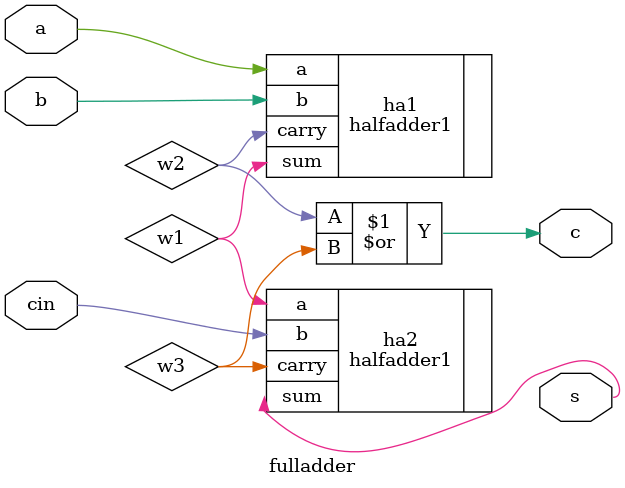
<source format=v>
module fulladder(a,b,cin,s,c);
input a,b,cin;
output s,c;
wire w1,w2,w3;
halfadder1 ha1(.a(a),.b(b),.sum(w1),.carry(w2));
halfadder1 ha2(.a(w1),.b(cin),.sum(s),.carry(w3));
or o1(c,w2,w3);
endmodule

</source>
